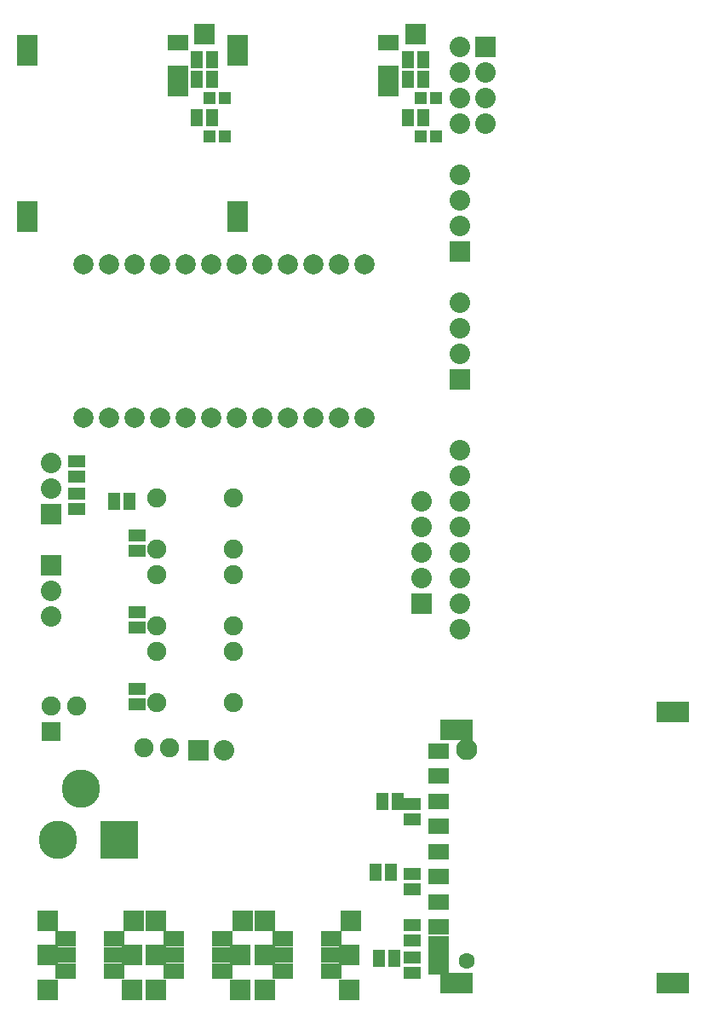
<source format=gts>
G04 (created by PCBNEW-RS274X (2012-apr-16-27)-stable) date So 26 Okt 2014 19:58:05 CET*
G01*
G70*
G90*
%MOIN*%
G04 Gerber Fmt 3.4, Leading zero omitted, Abs format*
%FSLAX34Y34*%
G04 APERTURE LIST*
%ADD10C,0.006000*%
%ADD11C,0.149900*%
%ADD12R,0.149900X0.149900*%
%ADD13C,0.075000*%
%ADD14R,0.065000X0.045000*%
%ADD15R,0.045000X0.065000*%
%ADD16R,0.080000X0.080000*%
%ADD17C,0.080000*%
%ADD18R,0.051400X0.051400*%
%ADD19R,0.079100X0.059400*%
%ADD20R,0.075000X0.075000*%
%ADD21R,0.130200X0.079100*%
%ADD22R,0.079100X0.047600*%
%ADD23C,0.063300*%
%ADD24C,0.083000*%
%ADD25C,0.079100*%
%ADD26R,0.079100X0.079100*%
G04 APERTURE END LIST*
G54D10*
G54D11*
X02000Y-32000D03*
G54D12*
X04400Y-32000D03*
G54D11*
X02900Y-30000D03*
G54D13*
X05875Y-18625D03*
X05875Y-20625D03*
X08875Y-18625D03*
X08875Y-20625D03*
X05875Y-24625D03*
X05875Y-26625D03*
X08875Y-24625D03*
X08875Y-26625D03*
X05875Y-21625D03*
X05875Y-23625D03*
X08875Y-21625D03*
X08875Y-23625D03*
G54D14*
X02750Y-17800D03*
X02750Y-17200D03*
X02750Y-18450D03*
X02750Y-19050D03*
G54D15*
X15050Y-33250D03*
X14450Y-33250D03*
X15300Y-30500D03*
X14700Y-30500D03*
X15175Y-36625D03*
X14575Y-36625D03*
G54D14*
X15875Y-37175D03*
X15875Y-36575D03*
X15875Y-31175D03*
X15875Y-30575D03*
X15875Y-33925D03*
X15875Y-33325D03*
G54D15*
X07450Y-03750D03*
X08050Y-03750D03*
X07450Y-02250D03*
X08050Y-02250D03*
X07450Y-01500D03*
X08050Y-01500D03*
X15700Y-03750D03*
X16300Y-03750D03*
X15700Y-02250D03*
X16300Y-02250D03*
G54D14*
X05125Y-20675D03*
X05125Y-20075D03*
X05125Y-26675D03*
X05125Y-26075D03*
X05125Y-23675D03*
X05125Y-23075D03*
G54D15*
X04200Y-18750D03*
X04800Y-18750D03*
X15700Y-01500D03*
X16300Y-01500D03*
G54D13*
X05375Y-28375D03*
X06375Y-28375D03*
G54D16*
X18750Y-01000D03*
G54D17*
X17750Y-01000D03*
X18750Y-02000D03*
X17750Y-02000D03*
X18750Y-03000D03*
X17750Y-03000D03*
X18750Y-04000D03*
X17750Y-04000D03*
G54D16*
X17750Y-09000D03*
G54D17*
X17750Y-08000D03*
X17750Y-07000D03*
X17750Y-06000D03*
G54D16*
X17750Y-14000D03*
G54D17*
X17750Y-13000D03*
X17750Y-12000D03*
X17750Y-11000D03*
G54D16*
X01750Y-21250D03*
G54D17*
X01750Y-22250D03*
X01750Y-23250D03*
G54D16*
X01750Y-19250D03*
G54D17*
X01750Y-18250D03*
X01750Y-17250D03*
G54D16*
X07500Y-28500D03*
G54D17*
X08500Y-28500D03*
G54D18*
X16205Y-03000D03*
X16795Y-03000D03*
X16205Y-04500D03*
X16795Y-04500D03*
X07955Y-03000D03*
X08545Y-03000D03*
X07955Y-04500D03*
X08545Y-04500D03*
G54D17*
X17750Y-16750D03*
X17750Y-17750D03*
X17750Y-18750D03*
X17750Y-19750D03*
X17750Y-20750D03*
X17750Y-21750D03*
X17750Y-22750D03*
X17750Y-23750D03*
G54D19*
X09047Y-07921D03*
X09047Y-07331D03*
X09047Y-01426D03*
X09047Y-00835D03*
X14952Y-00835D03*
X14952Y-02607D03*
X14952Y-02016D03*
X00797Y-07921D03*
X00797Y-07331D03*
X00797Y-01426D03*
X00797Y-00835D03*
X06702Y-00835D03*
X06702Y-02607D03*
X06702Y-02016D03*
G54D20*
X01750Y-27750D03*
G54D13*
X01750Y-26750D03*
X02750Y-26750D03*
G54D14*
X15875Y-35325D03*
X15875Y-35925D03*
G54D16*
X07750Y-00500D03*
X16000Y-00500D03*
G54D21*
X17609Y-27698D03*
X17609Y-37580D03*
X26074Y-37580D03*
X26074Y-26989D03*
G54D22*
X16901Y-37029D03*
X16901Y-36556D03*
G54D19*
X16901Y-36044D03*
X16901Y-35375D03*
X16901Y-34420D03*
X16901Y-33436D03*
X16901Y-32452D03*
X16901Y-31468D03*
X16901Y-30483D03*
X16901Y-29499D03*
X16901Y-28515D03*
G54D23*
X18003Y-36733D03*
G54D24*
X18003Y-28466D03*
G54D25*
X03000Y-09500D03*
X04000Y-09500D03*
X05000Y-09500D03*
X06000Y-09500D03*
X07000Y-09500D03*
X08000Y-09500D03*
X09000Y-09500D03*
X10000Y-09500D03*
X11000Y-09500D03*
X12000Y-09500D03*
X13000Y-09500D03*
X14000Y-09500D03*
X14000Y-15500D03*
X13000Y-15500D03*
X12000Y-15500D03*
X11000Y-15500D03*
X10000Y-15500D03*
X09000Y-15500D03*
X08000Y-15500D03*
X07000Y-15500D03*
X06000Y-15500D03*
X05000Y-15500D03*
X04000Y-15500D03*
X03000Y-15500D03*
G54D16*
X16250Y-22750D03*
G54D17*
X16250Y-21750D03*
X16250Y-20750D03*
X16250Y-19750D03*
X16250Y-18750D03*
G54D26*
X01596Y-35161D03*
X01596Y-36500D03*
X01596Y-37839D03*
X04904Y-37839D03*
X04904Y-36500D03*
X04982Y-35161D03*
G54D19*
X02305Y-35870D03*
X02305Y-36500D03*
X02305Y-37130D03*
X04195Y-37130D03*
X04195Y-36500D03*
X04195Y-35870D03*
G54D26*
X05846Y-35161D03*
X05846Y-36500D03*
X05846Y-37839D03*
X09154Y-37839D03*
X09154Y-36500D03*
X09232Y-35161D03*
G54D19*
X06555Y-35870D03*
X06555Y-36500D03*
X06555Y-37130D03*
X08445Y-37130D03*
X08445Y-36500D03*
X08445Y-35870D03*
G54D26*
X10096Y-35161D03*
X10096Y-36500D03*
X10096Y-37839D03*
X13404Y-37839D03*
X13404Y-36500D03*
X13482Y-35161D03*
G54D19*
X10805Y-35870D03*
X10805Y-36500D03*
X10805Y-37130D03*
X12695Y-37130D03*
X12695Y-36500D03*
X12695Y-35870D03*
M02*

</source>
